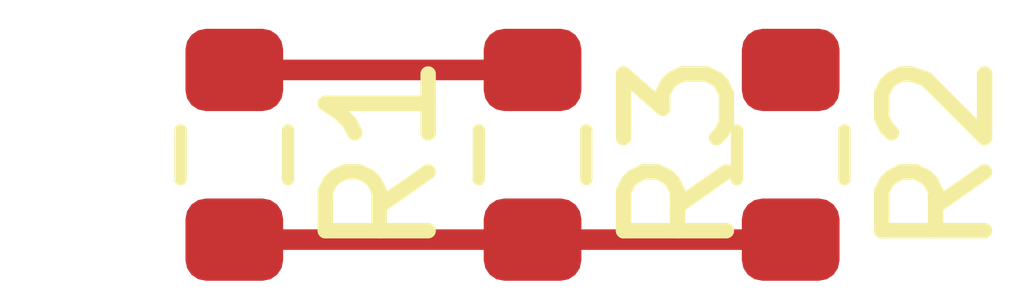
<source format=kicad_pcb>
(kicad_pcb (version 20240108) (generator "pcbnew") (generator_version "8.0")
  (layers (0 "F.Cu" signal) (31 "B.Cu" signal) (34 "B.Paste" user) (35 "F.Paste" user) (36 "B.SilkS" user "B.Silkscreen") (37 "F.SilkS" user "F.Silkscreen") (38 "B.Mask" user) (39 "F.Mask" user) (44 "Edge.Cuts" user))
  (net 0 "")
  (net 1 "GND")
  (net 2 "Net-(R1-Pad1)")
  (footprint "Resistor_SMD:R_0603_1608Metric" (layer "F.Cu") (at 126.1 102.2 -90)
    (property "Reference" "R1" (at 0 -1.43 90) (layer "F.SilkS"))
    (property "Value" "R")
    (fp_line (start -0.237258 0.5225) (end 0.237258 0.5225) (stroke (width 0.12)) (layer "F.SilkS"))
    (fp_line (start -0.237258 -0.5225) (end 0.237258 -0.5225) (stroke (width 0.12)) (layer "F.SilkS"))
    (pad "1" smd roundrect (at -0.825 0 270) (size 0.8 0.95) (layers "F.Cu" "F.Paste" "F.Mask") (net 2 "Net-(R1-Pad1)"))
    (pad "2" smd roundrect (at 0.825 0 270) (size 0.8 0.95) (layers "F.Cu" "F.Paste" "F.Mask") (net 1 "GND"))
  )
  (footprint "Resistor_SMD:R_0603_1608Metric" (layer "F.Cu") (at 129 102.2 -90)
    (property "Reference" "R3" (at 0 -1.43 90) (layer "F.SilkS"))
    (property "Value" "R")
    (fp_line (start -0.237258 0.5225) (end 0.237258 0.5225) (stroke (width 0.12)) (layer "F.SilkS"))
    (fp_line (start -0.237258 -0.5225) (end 0.237258 -0.5225) (stroke (width 0.12)) (layer "F.SilkS"))
    (pad "1" smd roundrect (at -0.825 0 270) (size 0.8 0.95) (layers "F.Cu" "F.Paste" "F.Mask") (net 2 "Net-(R1-Pad1)"))
    (pad "2" smd roundrect (at 0.825 0 270) (size 0.8 0.95) (layers "F.Cu" "F.Paste" "F.Mask") (net 1 "GND"))
  )
  (footprint "Resistor_SMD:R_0603_1608Metric" (layer "F.Cu") (at 131.51 102.2 -90)
    (property "Reference" "R2" (at 0 -1.43 90) (layer "F.SilkS"))
    (property "Value" "R")
    (fp_line (start -0.237258 0.5225) (end 0.237258 0.5225) (stroke (width 0.12)) (layer "F.SilkS"))
    (fp_line (start -0.237258 -0.5225) (end 0.237258 -0.5225) (stroke (width 0.12)) (layer "F.SilkS"))
    (pad "1" smd roundrect (at -0.825 0 270) (size 0.8 0.95) (layers "F.Cu" "F.Paste" "F.Mask"))
    (pad "2" smd roundrect (at 0.825 0 270) (size 0.8 0.95) (layers "F.Cu" "F.Paste" "F.Mask") (net 1 "GND"))
  )
  (segment (start 129 103.025) (end 131.51 103.025) (width 0.2) (layer "F.Cu") (net 1))
  (segment (start 129 103.025) (end 126.1 103.025) (width 0.2) (layer "F.Cu") (net 1))
  (segment (start 126.1 101.375) (end 129 101.375) (width 0.2) (layer "F.Cu") (net 2))
)
</source>
